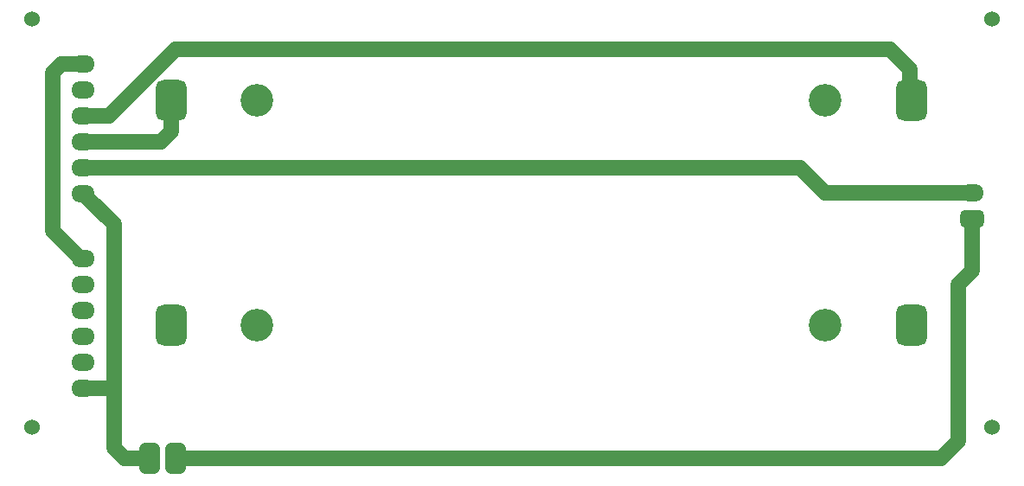
<source format=gtl>
G04*
G04 #@! TF.GenerationSoftware,Altium Limited,Altium Designer,22.2.1 (43)*
G04*
G04 Layer_Physical_Order=1*
G04 Layer_Color=255*
%FSLAX24Y24*%
%MOIN*%
G70*
G04*
G04 #@! TF.SameCoordinates,4A8B9231-651C-4E42-A33C-5E076E2A374B*
G04*
G04*
G04 #@! TF.FilePolarity,Positive*
G04*
G01*
G75*
%ADD10C,0.0591*%
%ADD11C,0.1260*%
G04:AMPARAMS|DCode=12|XSize=157.5mil|YSize=118.1mil|CornerRadius=29.5mil|HoleSize=0mil|Usage=FLASHONLY|Rotation=270.000|XOffset=0mil|YOffset=0mil|HoleType=Round|Shape=RoundedRectangle|*
%AMROUNDEDRECTD12*
21,1,0.1575,0.0591,0,0,270.0*
21,1,0.0984,0.1181,0,0,270.0*
1,1,0.0591,-0.0295,-0.0492*
1,1,0.0591,-0.0295,0.0492*
1,1,0.0591,0.0295,0.0492*
1,1,0.0591,0.0295,-0.0492*
%
%ADD12ROUNDEDRECTD12*%
%ADD13C,0.0600*%
G04:AMPARAMS|DCode=14|XSize=80mil|YSize=118.1mil|CornerRadius=20mil|HoleSize=0mil|Usage=FLASHONLY|Rotation=0.000|XOffset=0mil|YOffset=0mil|HoleType=Round|Shape=RoundedRectangle|*
%AMROUNDEDRECTD14*
21,1,0.0800,0.0781,0,0,0.0*
21,1,0.0400,0.1181,0,0,0.0*
1,1,0.0400,0.0200,-0.0391*
1,1,0.0400,-0.0200,-0.0391*
1,1,0.0400,-0.0200,0.0391*
1,1,0.0400,0.0200,0.0391*
%
%ADD14ROUNDEDRECTD14*%
%ADD15O,0.0906X0.0669*%
G04:AMPARAMS|DCode=16|XSize=66.9mil|YSize=90.6mil|CornerRadius=16.7mil|HoleSize=0mil|Usage=FLASHONLY|Rotation=90.000|XOffset=0mil|YOffset=0mil|HoleType=Round|Shape=RoundedRectangle|*
%AMROUNDEDRECTD16*
21,1,0.0669,0.0571,0,0,90.0*
21,1,0.0335,0.0906,0,0,90.0*
1,1,0.0335,0.0285,0.0167*
1,1,0.0335,0.0285,-0.0167*
1,1,0.0335,-0.0285,-0.0167*
1,1,0.0335,-0.0285,0.0167*
%
%ADD16ROUNDEDRECTD16*%
D10*
X37008Y787D02*
X37657Y1437D01*
X7480Y787D02*
X37008D01*
X32524Y11024D02*
X38189D01*
X3937Y11992D02*
X31555D01*
X32524Y11024D01*
X35801Y14636D02*
X35870Y14567D01*
X35801Y14636D02*
Y15774D01*
X35039Y16535D02*
X35801Y15774D01*
X7480Y16535D02*
X35039D01*
X4937Y13992D02*
X7480Y16535D01*
X3937Y13992D02*
X4937D01*
X7327Y13386D02*
Y14567D01*
X6933Y12992D02*
X7327Y13386D01*
X3937Y12992D02*
X6933D01*
X5118Y3543D02*
Y9811D01*
X4070Y10859D02*
X5118Y9811D01*
X37657Y1437D02*
Y7480D01*
X38189Y8012D02*
Y10024D01*
X37657Y7480D02*
X38189Y8012D01*
X5118Y1181D02*
Y3543D01*
X3937Y3480D02*
X5055D01*
X5118Y3543D01*
Y1181D02*
X5512Y787D01*
X6480D01*
X3937Y10992D02*
X4034D01*
X4070Y10956D01*
Y10859D02*
Y10956D01*
X3102Y15992D02*
X3937D01*
X2756Y15646D02*
X3102Y15992D01*
X2756Y9543D02*
X3819Y8480D01*
X2756Y9543D02*
Y15646D01*
X3819Y8480D02*
X3937D01*
D11*
X10630Y14567D02*
D03*
X32524D02*
D03*
Y5906D02*
D03*
X10630D02*
D03*
D12*
X35870Y14567D02*
D03*
X7327D02*
D03*
Y5906D02*
D03*
X35870D02*
D03*
D13*
X38976Y17717D02*
D03*
X1969D02*
D03*
Y1969D02*
D03*
X38976D02*
D03*
D14*
X7480Y787D02*
D03*
X6480D02*
D03*
D15*
X3937Y15992D02*
D03*
Y13992D02*
D03*
Y12992D02*
D03*
Y10992D02*
D03*
Y14992D02*
D03*
Y11992D02*
D03*
Y8480D02*
D03*
Y6480D02*
D03*
Y5480D02*
D03*
Y3480D02*
D03*
Y7480D02*
D03*
Y4480D02*
D03*
X38189Y11024D02*
D03*
D16*
Y10024D02*
D03*
M02*

</source>
